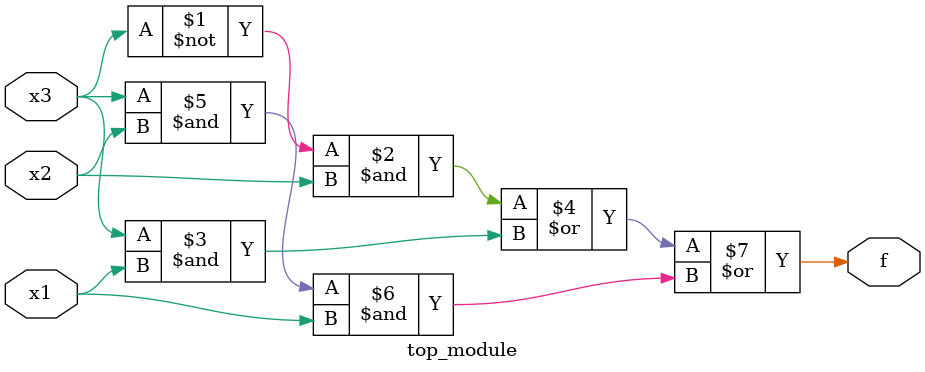
<source format=sv>
module top_module (
    input x3,
    input x2,
    input x1,
    output f
);
    assign f = (~x3 & x2) | (x3 & x1) | (x3 & x2 & x1);
endmodule

</source>
